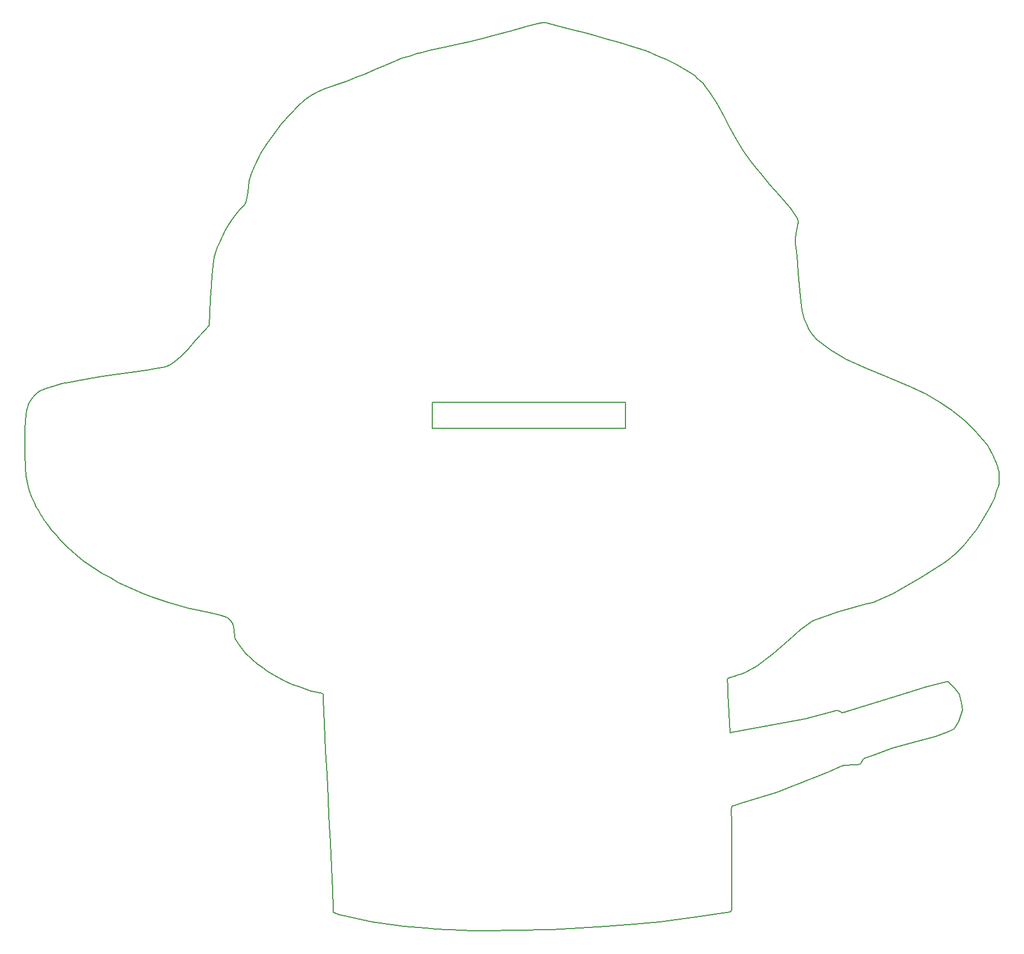
<source format=gm1>
G04 #@! TF.FileFunction,Profile,NP*
%FSLAX46Y46*%
G04 Gerber Fmt 4.6, Leading zero omitted, Abs format (unit mm)*
G04 Created by KiCad (PCBNEW 4.0.6-e0-6349~52~ubuntu16.10.1) date Sat Jun 17 22:57:17 2017*
%MOMM*%
%LPD*%
G01*
G04 APERTURE LIST*
%ADD10C,0.100000*%
%ADD11C,0.150000*%
G04 APERTURE END LIST*
D10*
D11*
X167950000Y-155850000D02*
X167800000Y-156000000D01*
X177700000Y-136650000D02*
X174900000Y-137750000D01*
X168000000Y-139850000D02*
X167950000Y-140500000D01*
X170100000Y-139150000D02*
X168000000Y-139850000D01*
X174900000Y-137750000D02*
X170100000Y-139150000D01*
X167400000Y-121450000D02*
X167450000Y-122650000D01*
X167350000Y-120400000D02*
X167400000Y-121450000D01*
X208400000Y-92050000D02*
X208600000Y-91450000D01*
X208200000Y-92650000D02*
X208400000Y-92050000D01*
X207950000Y-93200000D02*
X208200000Y-92650000D01*
X208800000Y-90900000D02*
X208600000Y-91450000D01*
X208900000Y-90500000D02*
X208800000Y-90900000D01*
X182829800Y-134594600D02*
X177700000Y-136650000D01*
X187731400Y-133319520D02*
X188200000Y-132550000D01*
X200863200Y-120802400D02*
X201089260Y-120766840D01*
X197800000Y-121550000D02*
X200863200Y-120802400D01*
X194900000Y-122450000D02*
X197800000Y-121550000D01*
X185800000Y-125250000D02*
X194900000Y-122450000D01*
X185300000Y-125450000D02*
X185800000Y-125250000D01*
X184900000Y-125550000D02*
X185300000Y-125450000D01*
X184505600Y-125323600D02*
X184900000Y-125550000D01*
X184048400Y-125222000D02*
X184505600Y-125323600D01*
X168719500Y-119837200D02*
X168884600Y-119773700D01*
X169570400Y-119583200D02*
X168884600Y-119773700D01*
X170180000Y-119341900D02*
X169570400Y-119583200D01*
X171792900Y-118402100D02*
X170180000Y-119341900D01*
X167450000Y-122650000D02*
X167800000Y-128550000D01*
X167576500Y-120230900D02*
X167350000Y-120400000D01*
X168719500Y-119837200D02*
X167576500Y-120230900D01*
X184912000Y-133705600D02*
X182829200Y-134594600D01*
X185318400Y-133604000D02*
X184912000Y-133705600D01*
X185953400Y-133553200D02*
X185318400Y-133604000D01*
X186093100Y-133527800D02*
X185953400Y-133553200D01*
X186258200Y-133527800D02*
X186093100Y-133527800D01*
X186410600Y-133502400D02*
X186258200Y-133527800D01*
X186677300Y-133502400D02*
X186410600Y-133502400D01*
X186893200Y-133477000D02*
X186677300Y-133502400D01*
X187071000Y-133489700D02*
X186893200Y-133477000D01*
X187299600Y-133502400D02*
X187071000Y-133489700D01*
X187299600Y-133502400D02*
X187731400Y-133324600D01*
X179298600Y-126453900D02*
X167800000Y-128550000D01*
X184048400Y-125222200D02*
X179298600Y-126453900D01*
X167950000Y-140500000D02*
X168000000Y-142200000D01*
X201200000Y-128400000D02*
X202100000Y-128000000D01*
X199200000Y-129150000D02*
X201200000Y-128400000D01*
X196300000Y-129950000D02*
X199200000Y-129150000D01*
X192600000Y-130950000D02*
X196300000Y-129950000D01*
X189900000Y-131950000D02*
X192600000Y-130950000D01*
X188200000Y-132550000D02*
X189900000Y-131950000D01*
X168000000Y-145400000D02*
X168000000Y-142200000D01*
X168000000Y-149300000D02*
X168000000Y-145400000D01*
X168000000Y-151800000D02*
X168000000Y-149300000D01*
X168000000Y-155700000D02*
X168000000Y-151800000D01*
X167950000Y-155850000D02*
X168000000Y-155700000D01*
X163200000Y-156700000D02*
X167800000Y-156000000D01*
X159500000Y-157200000D02*
X163200000Y-156700000D01*
X157000000Y-157500000D02*
X159500000Y-157200000D01*
X153100000Y-157900000D02*
X157000000Y-157500000D01*
X148800000Y-158200000D02*
X153100000Y-157900000D01*
X144700000Y-158500000D02*
X148800000Y-158200000D01*
X140500000Y-158700000D02*
X144700000Y-158500000D01*
X134700000Y-158800000D02*
X140500000Y-158700000D01*
X130700000Y-158900000D02*
X134700000Y-158800000D01*
X128200000Y-158900000D02*
X130700000Y-158900000D01*
X126900000Y-158800000D02*
X128200000Y-158900000D01*
X124700000Y-158700000D02*
X126900000Y-158800000D01*
X122700000Y-158600000D02*
X124700000Y-158700000D01*
X121300000Y-158500000D02*
X122700000Y-158600000D01*
X120000000Y-158400000D02*
X121300000Y-158500000D01*
X117900000Y-158200000D02*
X120000000Y-158400000D01*
X116000000Y-158000000D02*
X117900000Y-158200000D01*
X113000000Y-157500000D02*
X116000000Y-158000000D01*
X109200000Y-156700000D02*
X113000000Y-157500000D01*
X108000000Y-156400000D02*
X109200000Y-156700000D01*
X107300000Y-156200000D02*
X108000000Y-156400000D01*
X107100000Y-156000000D02*
X107300000Y-156200000D01*
X107100000Y-155400000D02*
X107100000Y-156000000D01*
X107000000Y-152700000D02*
X107100000Y-155400000D01*
X106800000Y-149200000D02*
X107000000Y-152700000D01*
X106600000Y-145400000D02*
X106800000Y-149200000D01*
X106400000Y-141300000D02*
X106600000Y-145400000D01*
X106300000Y-138700000D02*
X106400000Y-141300000D01*
X106100000Y-135000000D02*
X106300000Y-138700000D01*
X105900000Y-131400000D02*
X106100000Y-135000000D01*
X105800000Y-129300000D02*
X105900000Y-131400000D01*
X105700000Y-127200000D02*
X105800000Y-129300000D01*
X105600000Y-125300000D02*
X105700000Y-127200000D01*
X105500000Y-123600000D02*
X105600000Y-125300000D01*
X105500000Y-122700000D02*
X105500000Y-123600000D01*
X105400000Y-122600000D02*
X105500000Y-122700000D01*
X104600000Y-122400000D02*
X105400000Y-122600000D01*
X103700000Y-122200000D02*
X104600000Y-122400000D01*
X103000000Y-122000000D02*
X103700000Y-122200000D01*
X101900000Y-121600000D02*
X103000000Y-122000000D01*
X100800000Y-121200000D02*
X101900000Y-121600000D01*
X99500000Y-120600000D02*
X100800000Y-121200000D01*
X98000000Y-119800000D02*
X99500000Y-120600000D01*
X97000000Y-119200000D02*
X98000000Y-119800000D01*
X96200000Y-118600000D02*
X97000000Y-119200000D01*
X95500000Y-118100000D02*
X96200000Y-118600000D01*
X94700000Y-117400000D02*
X95500000Y-118100000D01*
X93600000Y-116400000D02*
X94700000Y-117400000D01*
X92800000Y-115400000D02*
X93600000Y-116400000D01*
X92100000Y-114300000D02*
X92800000Y-115400000D01*
X92000000Y-113900000D02*
X92100000Y-114300000D01*
X91900000Y-112900000D02*
X92000000Y-113900000D01*
X91700000Y-112000000D02*
X91900000Y-112900000D01*
X91400000Y-111500000D02*
X91700000Y-112000000D01*
X91000000Y-111100000D02*
X91400000Y-111500000D01*
X90600000Y-110900000D02*
X91000000Y-111100000D01*
X89900000Y-110600000D02*
X90600000Y-110900000D01*
X88500000Y-110300000D02*
X89900000Y-110600000D01*
X84900000Y-109500000D02*
X88500000Y-110300000D01*
X81900000Y-108700000D02*
X84900000Y-109500000D01*
X80400000Y-108200000D02*
X81900000Y-108700000D01*
X79600000Y-107900000D02*
X80400000Y-108200000D01*
X78000000Y-107300000D02*
X79600000Y-107900000D01*
X89000000Y-55300000D02*
X88900000Y-55800000D01*
X89300000Y-54400000D02*
X89000000Y-55300000D01*
X89600000Y-53700000D02*
X89300000Y-54400000D01*
X90100000Y-52600000D02*
X89600000Y-53700000D01*
X90500000Y-51900000D02*
X90100000Y-52600000D01*
X91100000Y-50900000D02*
X90500000Y-51900000D01*
X91600000Y-50100000D02*
X91100000Y-50900000D01*
X92300000Y-49100000D02*
X91600000Y-50100000D01*
X92800000Y-48500000D02*
X92300000Y-49100000D01*
X93000000Y-48300000D02*
X92800000Y-48500000D01*
X93500000Y-47800000D02*
X93000000Y-48300000D01*
X93800000Y-47200000D02*
X93500000Y-47800000D01*
X94000000Y-45900000D02*
X93800000Y-47200000D01*
X94200000Y-44200000D02*
X94000000Y-45900000D01*
X94500000Y-43100000D02*
X94200000Y-44200000D01*
X95000000Y-41900000D02*
X94500000Y-43100000D01*
X96000000Y-39900000D02*
X95000000Y-41900000D01*
X96900000Y-38500000D02*
X96000000Y-39900000D01*
X97800000Y-37200000D02*
X96900000Y-38500000D01*
X99200000Y-35400000D02*
X97800000Y-37200000D01*
X100400000Y-34100000D02*
X99200000Y-35400000D01*
X101800000Y-32600000D02*
X100400000Y-34100000D01*
X102700000Y-31800000D02*
X101800000Y-32600000D01*
X103600000Y-31100000D02*
X102700000Y-31800000D01*
X104500000Y-30600000D02*
X103600000Y-31100000D01*
X105600000Y-30100000D02*
X104500000Y-30600000D01*
X107300000Y-29500000D02*
X105600000Y-30100000D01*
X109100000Y-28900000D02*
X107300000Y-29500000D01*
X110900000Y-28200000D02*
X109100000Y-28900000D01*
X111700000Y-27900000D02*
X110900000Y-28200000D01*
X113600000Y-27100000D02*
X111700000Y-27900000D01*
X115000000Y-26500000D02*
X113600000Y-27100000D01*
X116600000Y-25800000D02*
X115000000Y-26500000D01*
X117600000Y-25400000D02*
X116600000Y-25800000D01*
X118900000Y-25000000D02*
X117600000Y-25400000D01*
X119800000Y-24700000D02*
X118900000Y-25000000D01*
X120600000Y-24500000D02*
X119800000Y-24700000D01*
X121800000Y-24200000D02*
X120600000Y-24500000D01*
X124600000Y-23600000D02*
X121800000Y-24200000D01*
X126900000Y-23100000D02*
X124600000Y-23600000D01*
X127700000Y-22900000D02*
X126900000Y-23100000D01*
X130100000Y-22300000D02*
X127700000Y-22900000D01*
X131600000Y-21900000D02*
X130100000Y-22300000D01*
X134200000Y-21200000D02*
X131600000Y-21900000D01*
X136900000Y-20500000D02*
X134200000Y-21200000D01*
X77300000Y-107000000D02*
X78000000Y-107300000D01*
X75700000Y-106300000D02*
X77300000Y-107000000D01*
X75000000Y-106000000D02*
X75700000Y-106300000D01*
X74200000Y-105600000D02*
X75000000Y-106000000D01*
X73500000Y-105200000D02*
X74200000Y-105600000D01*
X73000000Y-104900000D02*
X73500000Y-105200000D01*
X71700000Y-104200000D02*
X73000000Y-104900000D01*
X71400000Y-104000000D02*
X71700000Y-104200000D01*
X70900000Y-103700000D02*
X71400000Y-104000000D01*
X69900000Y-103000000D02*
X70900000Y-103700000D01*
X68900000Y-102300000D02*
X69900000Y-103000000D01*
X67900000Y-101500000D02*
X68900000Y-102300000D01*
X67100000Y-100800000D02*
X67900000Y-101500000D01*
X66500000Y-100300000D02*
X67100000Y-100800000D01*
X65900000Y-99700000D02*
X66500000Y-100300000D01*
X65200000Y-99000000D02*
X65900000Y-99700000D01*
X64700000Y-98400000D02*
X65200000Y-99000000D01*
X64000000Y-97600000D02*
X64700000Y-98400000D01*
X63600000Y-97100000D02*
X64000000Y-97600000D01*
X63100000Y-96400000D02*
X63600000Y-97100000D01*
X62800000Y-96000000D02*
X63100000Y-96400000D01*
X62500000Y-95500000D02*
X62800000Y-96000000D01*
X62400000Y-95300000D02*
X62500000Y-95500000D01*
X61900000Y-94500000D02*
X62400000Y-95300000D01*
X61600000Y-94000000D02*
X61900000Y-94500000D01*
X61400000Y-93500000D02*
X61600000Y-94000000D01*
X60900000Y-92500000D02*
X61400000Y-93500000D01*
X60600000Y-91600000D02*
X60900000Y-92500000D01*
X60300000Y-90600000D02*
X60600000Y-91600000D01*
X60100000Y-89300000D02*
X60300000Y-90600000D01*
X60000000Y-88100000D02*
X60100000Y-89300000D01*
X59900000Y-85800000D02*
X60000000Y-88100000D01*
X59900000Y-83400000D02*
X59900000Y-85800000D01*
X59900000Y-82200000D02*
X59900000Y-83400000D01*
X60000000Y-80800000D02*
X59900000Y-82200000D01*
X60100000Y-80000000D02*
X60000000Y-80800000D01*
X60200000Y-79300000D02*
X60100000Y-80000000D01*
X60500000Y-78200000D02*
X60200000Y-79300000D01*
X60900000Y-77500000D02*
X60500000Y-78200000D01*
X61400000Y-76900000D02*
X60900000Y-77500000D01*
X61800000Y-76600000D02*
X61400000Y-76900000D01*
X62300000Y-76300000D02*
X61800000Y-76600000D01*
X62700000Y-76100000D02*
X62300000Y-76300000D01*
X63400000Y-75800000D02*
X62700000Y-76100000D01*
X64800000Y-75400000D02*
X63400000Y-75800000D01*
X65600000Y-75200000D02*
X64800000Y-75400000D01*
X66700000Y-75000000D02*
X65600000Y-75200000D01*
X68900000Y-74600000D02*
X66700000Y-75000000D01*
X71800000Y-74100000D02*
X68900000Y-74600000D01*
X74200000Y-73700000D02*
X71800000Y-74100000D01*
X78500000Y-73100000D02*
X74200000Y-73700000D01*
X79900000Y-72900000D02*
X78500000Y-73100000D01*
X81400000Y-72600000D02*
X79900000Y-72900000D01*
X82200000Y-72300000D02*
X81400000Y-72600000D01*
X82800000Y-71900000D02*
X82200000Y-72300000D01*
X83800000Y-71000000D02*
X82800000Y-71900000D01*
X84900000Y-69900000D02*
X83800000Y-71000000D01*
X86100000Y-68500000D02*
X84900000Y-69900000D01*
X87400000Y-67000000D02*
X86100000Y-68500000D01*
X88100000Y-66300000D02*
X87400000Y-67000000D01*
X88200000Y-64500000D02*
X88100000Y-66300000D01*
X88300000Y-62200000D02*
X88200000Y-64500000D01*
X88400000Y-60200000D02*
X88300000Y-62200000D01*
X88500000Y-58700000D02*
X88400000Y-60200000D01*
X88700000Y-57000000D02*
X88500000Y-58700000D01*
X88900000Y-55800000D02*
X88700000Y-57000000D01*
X138200000Y-20100000D02*
X136900000Y-20500000D01*
X139100000Y-20000000D02*
X138200000Y-20100000D01*
X139600000Y-20000000D02*
X139100000Y-20000000D01*
X141400000Y-20500000D02*
X139600000Y-20000000D01*
X143700000Y-21100000D02*
X141400000Y-20500000D01*
X145500000Y-21500000D02*
X143700000Y-21100000D01*
X147000000Y-21900000D02*
X145500000Y-21500000D01*
X148700000Y-22400000D02*
X147000000Y-21900000D01*
X150900000Y-23000000D02*
X148700000Y-22400000D01*
X152800000Y-23600000D02*
X150900000Y-23000000D01*
X155000000Y-24300000D02*
X152800000Y-23600000D01*
X156700000Y-25000000D02*
X155000000Y-24300000D01*
X158100000Y-25600000D02*
X156700000Y-25000000D01*
X159500000Y-26300000D02*
X158100000Y-25600000D01*
X160500000Y-26900000D02*
X159500000Y-26300000D01*
X161500000Y-27500000D02*
X160500000Y-26900000D01*
X162400000Y-28100000D02*
X161500000Y-27500000D01*
X162700000Y-28400000D02*
X162400000Y-28100000D01*
X163300000Y-28900000D02*
X162700000Y-28400000D01*
X163600000Y-29200000D02*
X163300000Y-28900000D01*
X164000000Y-29700000D02*
X163600000Y-29200000D01*
X164700000Y-30700000D02*
X164000000Y-29700000D01*
X165800000Y-32400000D02*
X164700000Y-30700000D01*
X166800000Y-34300000D02*
X165800000Y-32400000D01*
X167700000Y-36000000D02*
X166800000Y-34300000D01*
X168800000Y-37900000D02*
X167700000Y-36000000D01*
X169800000Y-39600000D02*
X168800000Y-37900000D01*
X170900000Y-41100000D02*
X169800000Y-39600000D01*
X171800000Y-42300000D02*
X170900000Y-41100000D01*
X172500000Y-43100000D02*
X171800000Y-42300000D01*
X173800000Y-44700000D02*
X172500000Y-43100000D01*
X175400000Y-46500000D02*
X173800000Y-44700000D01*
X177000000Y-48300000D02*
X175400000Y-46500000D01*
X178100000Y-49900000D02*
X177000000Y-48300000D01*
X178200000Y-50400000D02*
X178100000Y-49900000D01*
X178100000Y-51000000D02*
X178200000Y-50400000D01*
X177900000Y-51800000D02*
X178100000Y-51000000D01*
X177800000Y-52900000D02*
X177900000Y-51800000D01*
X177800000Y-53800000D02*
X177800000Y-52900000D01*
X177900000Y-54900000D02*
X177800000Y-53800000D01*
X178100000Y-56700000D02*
X177900000Y-54900000D01*
X178200000Y-58300000D02*
X178100000Y-56700000D01*
X178400000Y-60900000D02*
X178200000Y-58300000D01*
X178500000Y-61900000D02*
X178400000Y-60900000D01*
X178700000Y-63300000D02*
X178500000Y-61900000D01*
X178800000Y-64000000D02*
X178700000Y-63300000D01*
X179100000Y-65300000D02*
X178800000Y-64000000D01*
X179500000Y-66200000D02*
X179100000Y-65300000D01*
X179800000Y-66900000D02*
X179500000Y-66200000D01*
X180400000Y-67700000D02*
X179800000Y-66900000D01*
X122250000Y-78000000D02*
X122250000Y-82000000D01*
X151750000Y-82000000D02*
X122250000Y-82000000D01*
X151750000Y-78000000D02*
X151750000Y-82000000D01*
X122250000Y-78000000D02*
X151750000Y-78000000D01*
X181100000Y-68500000D02*
X180400000Y-67700000D01*
X183100000Y-70000000D02*
X181100000Y-68500000D01*
X185500000Y-71400000D02*
X183100000Y-70000000D01*
X188700000Y-72900000D02*
X185500000Y-71400000D01*
X191600000Y-74100000D02*
X188700000Y-72900000D01*
X195400000Y-75700000D02*
X191600000Y-74100000D01*
X197700000Y-76800000D02*
X195400000Y-75700000D01*
X199900000Y-78000000D02*
X197700000Y-76800000D01*
X201600000Y-79200000D02*
X199900000Y-78000000D01*
X203700000Y-80800000D02*
X201600000Y-79200000D01*
X205300000Y-82400000D02*
X203700000Y-80800000D01*
X206400000Y-83700000D02*
X205300000Y-82400000D01*
X207100000Y-84600000D02*
X206400000Y-83700000D01*
X208000000Y-86200000D02*
X207100000Y-84600000D01*
X208600000Y-87500000D02*
X208000000Y-86200000D01*
X208900000Y-88700000D02*
X208600000Y-87500000D01*
X208950000Y-89500000D02*
X208900000Y-88700000D01*
X208900000Y-90500000D02*
X208950000Y-89500000D01*
X207300000Y-94500000D02*
X207950000Y-93200000D01*
X206200000Y-96300000D02*
X207300000Y-94500000D01*
X205500000Y-97400000D02*
X206200000Y-96300000D01*
X203500000Y-100000000D02*
X205500000Y-97400000D01*
X202200000Y-101200000D02*
X203500000Y-100000000D01*
X200800000Y-102400000D02*
X202200000Y-101200000D01*
X197100000Y-104800000D02*
X200800000Y-102400000D01*
X192700000Y-107300000D02*
X197100000Y-104800000D01*
X189600000Y-108700000D02*
X192700000Y-107300000D01*
X188700000Y-108900000D02*
X189600000Y-108700000D01*
X184200000Y-110100000D02*
X188700000Y-108900000D01*
X180400000Y-111500000D02*
X184200000Y-110100000D01*
X178500000Y-112800000D02*
X180400000Y-111500000D01*
X176800000Y-114400000D02*
X178500000Y-112800000D01*
X174300000Y-116600000D02*
X176800000Y-114400000D01*
X171800000Y-118400000D02*
X174300000Y-116600000D01*
X202100000Y-121700000D02*
X201089260Y-120766840D01*
X202800000Y-122700000D02*
X202100000Y-121700000D01*
X203200000Y-124000000D02*
X202800000Y-122700000D01*
X203300000Y-125100000D02*
X203200000Y-124000000D01*
X202700000Y-126900000D02*
X203300000Y-125100000D01*
X202100000Y-128000000D02*
X202700000Y-126900000D01*
M02*

</source>
